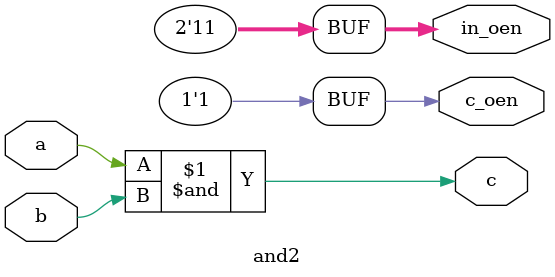
<source format=v>
module and2(
	input wire a,
	input wire b,
	output wire c_oen,
	output wire [1:0] in_oen,
	output wire c

);
assign c = a & b;
assign c_oen = 1'b1;
assign in_oen = {(2){1'b1}};

endmodule 
</source>
